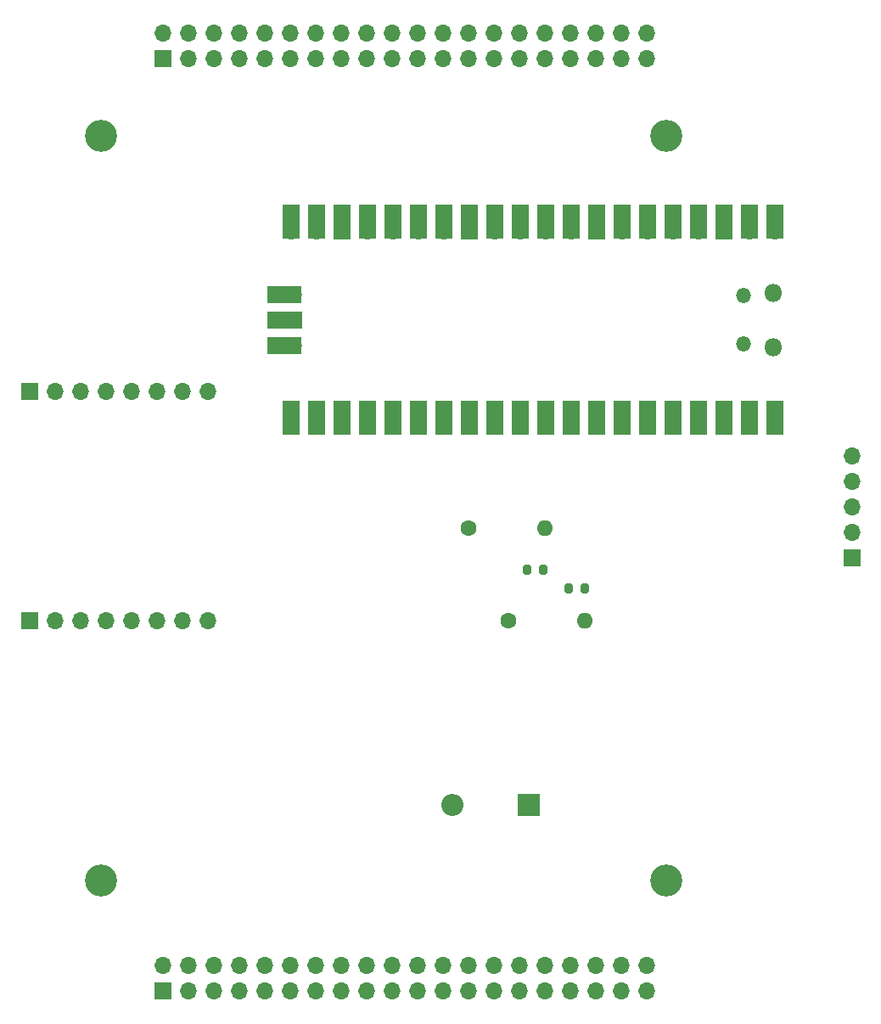
<source format=gbr>
%TF.GenerationSoftware,KiCad,Pcbnew,7.0.1*%
%TF.CreationDate,2023-09-04T23:27:21+05:00*%
%TF.ProjectId,smartcar_control_v1,736d6172-7463-4617-925f-636f6e74726f,rev?*%
%TF.SameCoordinates,Original*%
%TF.FileFunction,Soldermask,Top*%
%TF.FilePolarity,Negative*%
%FSLAX46Y46*%
G04 Gerber Fmt 4.6, Leading zero omitted, Abs format (unit mm)*
G04 Created by KiCad (PCBNEW 7.0.1) date 2023-09-04 23:27:21*
%MOMM*%
%LPD*%
G01*
G04 APERTURE LIST*
G04 Aperture macros list*
%AMRoundRect*
0 Rectangle with rounded corners*
0 $1 Rounding radius*
0 $2 $3 $4 $5 $6 $7 $8 $9 X,Y pos of 4 corners*
0 Add a 4 corners polygon primitive as box body*
4,1,4,$2,$3,$4,$5,$6,$7,$8,$9,$2,$3,0*
0 Add four circle primitives for the rounded corners*
1,1,$1+$1,$2,$3*
1,1,$1+$1,$4,$5*
1,1,$1+$1,$6,$7*
1,1,$1+$1,$8,$9*
0 Add four rect primitives between the rounded corners*
20,1,$1+$1,$2,$3,$4,$5,0*
20,1,$1+$1,$4,$5,$6,$7,0*
20,1,$1+$1,$6,$7,$8,$9,0*
20,1,$1+$1,$8,$9,$2,$3,0*%
G04 Aperture macros list end*
%ADD10R,1.700000X1.700000*%
%ADD11O,1.700000X1.700000*%
%ADD12RoundRect,0.200000X-0.200000X-0.275000X0.200000X-0.275000X0.200000X0.275000X-0.200000X0.275000X0*%
%ADD13O,1.800000X1.800000*%
%ADD14O,1.500000X1.500000*%
%ADD15R,1.700000X3.500000*%
%ADD16R,3.500000X1.700000*%
%ADD17C,3.200000*%
%ADD18C,1.600000*%
%ADD19O,1.600000X1.600000*%
%ADD20R,2.200000X2.200000*%
%ADD21O,2.200000X2.200000*%
G04 APERTURE END LIST*
D10*
%TO.C,J6*%
X104800000Y-45500000D03*
D11*
X104800000Y-42960000D03*
X107340000Y-45500000D03*
X107340000Y-42960000D03*
X109880000Y-45500000D03*
X109880000Y-42960000D03*
X112420000Y-45500000D03*
X112420000Y-42960000D03*
X114960000Y-45500000D03*
X114960000Y-42960000D03*
X117500000Y-45500000D03*
X117500000Y-42960000D03*
X120040000Y-45500000D03*
X120040000Y-42960000D03*
X122580000Y-45500000D03*
X122580000Y-42960000D03*
X125120000Y-45500000D03*
X125120000Y-42960000D03*
X127660000Y-45500000D03*
X127660000Y-42960000D03*
X130200000Y-45500000D03*
X130200000Y-42960000D03*
X132740000Y-45500000D03*
X132740000Y-42960000D03*
X135280000Y-45500000D03*
X135280000Y-42960000D03*
X137820000Y-45500000D03*
X137820000Y-42960000D03*
X140360000Y-45500000D03*
X140360000Y-42960000D03*
X142900000Y-45500000D03*
X142900000Y-42960000D03*
X145440000Y-45500000D03*
X145440000Y-42960000D03*
X147980000Y-45500000D03*
X147980000Y-42960000D03*
X150520000Y-45500000D03*
X150520000Y-42960000D03*
X153060000Y-45500000D03*
X153060000Y-42960000D03*
%TD*%
D10*
%TO.C,J7*%
X104800000Y-138500000D03*
D11*
X104800000Y-135960000D03*
X107340000Y-138500000D03*
X107340000Y-135960000D03*
X109880000Y-138500000D03*
X109880000Y-135960000D03*
X112420000Y-138500000D03*
X112420000Y-135960000D03*
X114960000Y-138500000D03*
X114960000Y-135960000D03*
X117500000Y-138500000D03*
X117500000Y-135960000D03*
X120040000Y-138500000D03*
X120040000Y-135960000D03*
X122580000Y-138500000D03*
X122580000Y-135960000D03*
X125120000Y-138500000D03*
X125120000Y-135960000D03*
X127660000Y-138500000D03*
X127660000Y-135960000D03*
X130200000Y-138500000D03*
X130200000Y-135960000D03*
X132740000Y-138500000D03*
X132740000Y-135960000D03*
X135280000Y-138500000D03*
X135280000Y-135960000D03*
X137820000Y-138500000D03*
X137820000Y-135960000D03*
X140360000Y-138500000D03*
X140360000Y-135960000D03*
X142900000Y-138500000D03*
X142900000Y-135960000D03*
X145440000Y-138500000D03*
X145440000Y-135960000D03*
X147980000Y-138500000D03*
X147980000Y-135960000D03*
X150520000Y-138500000D03*
X150520000Y-135960000D03*
X153060000Y-138500000D03*
X153060000Y-135960000D03*
%TD*%
D12*
%TO.C,R11*%
X141125000Y-96490000D03*
X142775000Y-96490000D03*
%TD*%
D13*
%TO.C,U3*%
X165730000Y-68845000D03*
D14*
X162700000Y-69145000D03*
X162700000Y-73995000D03*
D13*
X165730000Y-74295000D03*
D11*
X165860000Y-62680000D03*
D15*
X165860000Y-61780000D03*
D11*
X163320000Y-62680000D03*
D15*
X163320000Y-61780000D03*
D10*
X160780000Y-62680000D03*
D15*
X160780000Y-61780000D03*
D11*
X158240000Y-62680000D03*
D15*
X158240000Y-61780000D03*
D11*
X155700000Y-62680000D03*
D15*
X155700000Y-61780000D03*
D11*
X153160000Y-62680000D03*
D15*
X153160000Y-61780000D03*
D11*
X150620000Y-62680000D03*
D15*
X150620000Y-61780000D03*
D10*
X148080000Y-62680000D03*
D15*
X148080000Y-61780000D03*
D11*
X145540000Y-62680000D03*
D15*
X145540000Y-61780000D03*
D11*
X143000000Y-62680000D03*
D15*
X143000000Y-61780000D03*
D11*
X140460000Y-62680000D03*
D15*
X140460000Y-61780000D03*
D11*
X137920000Y-62680000D03*
D15*
X137920000Y-61780000D03*
D10*
X135380000Y-62680000D03*
D15*
X135380000Y-61780000D03*
D11*
X132840000Y-62680000D03*
D15*
X132840000Y-61780000D03*
D11*
X130300000Y-62680000D03*
D15*
X130300000Y-61780000D03*
D11*
X127760000Y-62680000D03*
D15*
X127760000Y-61780000D03*
D11*
X125220000Y-62680000D03*
D15*
X125220000Y-61780000D03*
D10*
X122680000Y-62680000D03*
D15*
X122680000Y-61780000D03*
D11*
X120140000Y-62680000D03*
D15*
X120140000Y-61780000D03*
D11*
X117600000Y-62680000D03*
D15*
X117600000Y-61780000D03*
D11*
X117600000Y-80460000D03*
D15*
X117600000Y-81360000D03*
D11*
X120140000Y-80460000D03*
D15*
X120140000Y-81360000D03*
D10*
X122680000Y-80460000D03*
D15*
X122680000Y-81360000D03*
D11*
X125220000Y-80460000D03*
D15*
X125220000Y-81360000D03*
D11*
X127760000Y-80460000D03*
D15*
X127760000Y-81360000D03*
D11*
X130300000Y-80460000D03*
D15*
X130300000Y-81360000D03*
D11*
X132840000Y-80460000D03*
D15*
X132840000Y-81360000D03*
D10*
X135380000Y-80460000D03*
D15*
X135380000Y-81360000D03*
D11*
X137920000Y-80460000D03*
D15*
X137920000Y-81360000D03*
D11*
X140460000Y-80460000D03*
D15*
X140460000Y-81360000D03*
D11*
X143000000Y-80460000D03*
D15*
X143000000Y-81360000D03*
D11*
X145540000Y-80460000D03*
D15*
X145540000Y-81360000D03*
D10*
X148080000Y-80460000D03*
D15*
X148080000Y-81360000D03*
D11*
X150620000Y-80460000D03*
D15*
X150620000Y-81360000D03*
D11*
X153160000Y-80460000D03*
D15*
X153160000Y-81360000D03*
D11*
X155700000Y-80460000D03*
D15*
X155700000Y-81360000D03*
D11*
X158240000Y-80460000D03*
D15*
X158240000Y-81360000D03*
D10*
X160780000Y-80460000D03*
D15*
X160780000Y-81360000D03*
D11*
X163320000Y-80460000D03*
D15*
X163320000Y-81360000D03*
D11*
X165860000Y-80460000D03*
D15*
X165860000Y-81360000D03*
D11*
X117830000Y-69030000D03*
D16*
X116930000Y-69030000D03*
D10*
X117830000Y-71570000D03*
D16*
X116930000Y-71570000D03*
D11*
X117830000Y-74110000D03*
D16*
X116930000Y-74110000D03*
%TD*%
D10*
%TO.C,J1*%
X173520000Y-95310000D03*
D11*
X173520000Y-92770000D03*
X173520000Y-90230000D03*
X173520000Y-87690000D03*
X173520000Y-85150000D03*
%TD*%
D17*
%TO.C,H4*%
X155060000Y-53210000D03*
%TD*%
%TO.C,H1*%
X98660000Y-127510000D03*
%TD*%
%TO.C,H2*%
X98660000Y-53210000D03*
%TD*%
%TO.C,H3*%
X155060000Y-127510000D03*
%TD*%
D18*
%TO.C,R1*%
X139260000Y-101550000D03*
D19*
X146880000Y-101550000D03*
%TD*%
D18*
%TO.C,R2*%
X135290000Y-92300000D03*
D19*
X142910000Y-92300000D03*
%TD*%
D10*
%TO.C,U1*%
X91500000Y-101600000D03*
D11*
X94040000Y-101600000D03*
X96580000Y-101600000D03*
X99120000Y-101600000D03*
X101660000Y-101600000D03*
X104200000Y-101600000D03*
X106740000Y-101600000D03*
X109280000Y-101600000D03*
X109280000Y-78740000D03*
X106740000Y-78740000D03*
X104200000Y-78740000D03*
X101660000Y-78740000D03*
X99120000Y-78740000D03*
X96580000Y-78740000D03*
X94040000Y-78740000D03*
D10*
X91500000Y-78740000D03*
%TD*%
D12*
%TO.C,R10*%
X145255000Y-98320000D03*
X146905000Y-98320000D03*
%TD*%
D20*
%TO.C,D1*%
X141330000Y-119930000D03*
D21*
X133710000Y-119930000D03*
%TD*%
M02*

</source>
